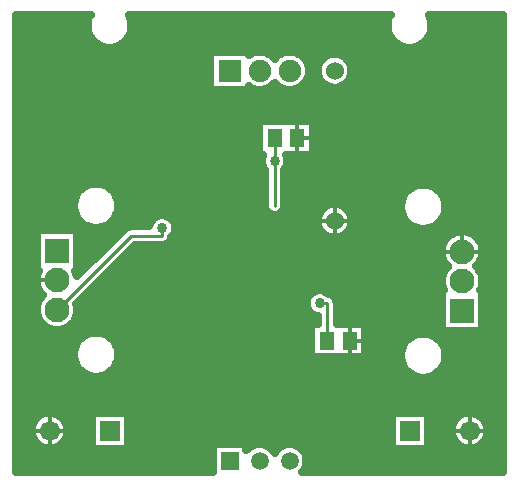
<source format=gbr>
G04 DipTrace 3.0.0.2*
G04 Bottom.gbr*
%MOIN*%
G04 #@! TF.FileFunction,Copper,L2,Bot*
G04 #@! TF.Part,Single*
G04 #@! TA.AperFunction,Conductor*
%ADD13C,0.01*%
G04 #@! TA.AperFunction,CopperBalancing*
%ADD15C,0.025*%
%ADD16C,0.013*%
%ADD17R,0.051181X0.059055*%
G04 #@! TA.AperFunction,ComponentPad*
%ADD20R,0.059055X0.059055*%
%ADD21C,0.059055*%
%ADD22R,0.066929X0.066929*%
%ADD23C,0.066929*%
%ADD24R,0.074803X0.074803*%
%ADD25C,0.074803*%
%ADD27C,0.06*%
%ADD28C,0.06*%
%ADD30R,0.082677X0.082677*%
%ADD31C,0.082677*%
G04 #@! TA.AperFunction,ViaPad*
%ADD32C,0.034*%
%FSLAX26Y26*%
G04*
G70*
G90*
G75*
G01*
G04 Bottom*
%LPD*%
X1294000Y1469000D2*
D13*
Y1319000D1*
Y1469000D2*
Y1543803D1*
X1294197Y1544000D1*
X1469197Y869000D2*
Y994000D1*
X1444000D1*
X919197Y1243803D2*
Y1218803D1*
X815654D1*
X569000Y972150D1*
D32*
X1294000Y1469000D3*
D3*
X1444000Y994000D3*
X919197Y1243803D3*
X1319000Y869000D3*
X1019000Y894000D3*
X1119000Y1219000D3*
X435000Y1930631D2*
D15*
X669429D1*
X818569D2*
X1669429D1*
X1818569D2*
X2053022D1*
X435000Y1905762D2*
X669722D1*
X818276D2*
X1669722D1*
X1818276D2*
X2053022D1*
X435000Y1880894D2*
X679243D1*
X808755D2*
X1679243D1*
X1808755D2*
X2053022D1*
X435000Y1856025D2*
X704585D1*
X783413D2*
X1704585D1*
X1783413D2*
X2053022D1*
X435000Y1831156D2*
X1077583D1*
X1210415D2*
X1226687D1*
X1261343D2*
X1326655D1*
X1361343D2*
X2053022D1*
X435000Y1806287D2*
X1077583D1*
X1398403D2*
X1449067D1*
X1538931D2*
X2053022D1*
X435000Y1781419D2*
X1077583D1*
X1409194D2*
X1436372D1*
X1551626D2*
X2053022D1*
X435000Y1756550D2*
X1077583D1*
X1409194D2*
X1436372D1*
X1551626D2*
X2053022D1*
X435000Y1731681D2*
X1077583D1*
X1398354D2*
X1449067D1*
X1538931D2*
X2053022D1*
X435000Y1706812D2*
X1077583D1*
X1210415D2*
X1226783D1*
X1261196D2*
X1326802D1*
X1361196D2*
X2053022D1*
X435000Y1681944D2*
X2053022D1*
X435000Y1657075D2*
X2053022D1*
X435000Y1632206D2*
X2053022D1*
X435000Y1607337D2*
X2053022D1*
X435000Y1582469D2*
X1239595D1*
X1423599D2*
X2053022D1*
X435000Y1557600D2*
X1239595D1*
X1423599D2*
X2053022D1*
X435000Y1532731D2*
X1239595D1*
X1423599D2*
X2053022D1*
X435000Y1507862D2*
X1239595D1*
X1423599D2*
X2053022D1*
X435000Y1482993D2*
X1250288D1*
X1337710D2*
X2053022D1*
X435000Y1458125D2*
X1249360D1*
X1338638D2*
X2053022D1*
X435000Y1433256D2*
X1260005D1*
X1327993D2*
X2053022D1*
X435000Y1408387D2*
X1260005D1*
X1327993D2*
X2053022D1*
X435000Y1383518D2*
X661421D1*
X736392D2*
X1260005D1*
X1327993D2*
X1758198D1*
X1819985D2*
X2053022D1*
X435000Y1358650D2*
X634517D1*
X763345D2*
X1260005D1*
X1327993D2*
X1726802D1*
X1851333D2*
X2053022D1*
X435000Y1333781D2*
X624263D1*
X773599D2*
X1260005D1*
X1327993D2*
X1715132D1*
X1863003D2*
X2053022D1*
X435000Y1308912D2*
X623335D1*
X774526D2*
X1261665D1*
X1326333D2*
X1451509D1*
X1536489D2*
X1713130D1*
X1865054D2*
X2053022D1*
X435000Y1284043D2*
X631294D1*
X766567D2*
X900190D1*
X938198D2*
X1437056D1*
X1550942D2*
X1719868D1*
X1858315D2*
X2053022D1*
X435000Y1259175D2*
X652778D1*
X745083D2*
X876020D1*
X962368D2*
X1435884D1*
X1552163D2*
X1738911D1*
X1839224D2*
X2053022D1*
X435000Y1234306D2*
X498677D1*
X639321D2*
X784126D1*
X964126D2*
X1446919D1*
X1541079D2*
X2053022D1*
X435000Y1209437D2*
X498677D1*
X639321D2*
X759272D1*
X951772D2*
X1864497D1*
X1973501D2*
X2053022D1*
X435000Y1184568D2*
X498677D1*
X639321D2*
X734370D1*
X828433D2*
X1851313D1*
X1986685D2*
X2053022D1*
X435000Y1159700D2*
X498677D1*
X639321D2*
X709517D1*
X803579D2*
X1848921D1*
X1989077D2*
X2053022D1*
X435000Y1134831D2*
X498677D1*
X639321D2*
X684663D1*
X778726D2*
X1856147D1*
X1981851D2*
X2053022D1*
X435000Y1109962D2*
X498677D1*
X639321D2*
X659761D1*
X753823D2*
X1863667D1*
X1974331D2*
X2053022D1*
X435000Y1085093D2*
X500239D1*
X728970D2*
X1851020D1*
X1986978D2*
X2053022D1*
X435000Y1060224D2*
X499458D1*
X704116D2*
X1849067D1*
X1988979D2*
X2053022D1*
X435000Y1035356D2*
X508540D1*
X679214D2*
X1428022D1*
X1459976D2*
X1848677D1*
X1989321D2*
X2053022D1*
X435000Y1010487D2*
X510542D1*
X654360D2*
X1401265D1*
X1498501D2*
X1848677D1*
X1989321D2*
X2053022D1*
X435000Y985618D2*
X499995D1*
X638003D2*
X1398823D1*
X1503188D2*
X1848677D1*
X1989321D2*
X2053022D1*
X435000Y960749D2*
X499604D1*
X638394D2*
X1413472D1*
X1503188D2*
X1848677D1*
X1989321D2*
X2053022D1*
X435000Y935881D2*
X509175D1*
X628823D2*
X1435200D1*
X1503188D2*
X1848677D1*
X1989321D2*
X2053022D1*
X435000Y911012D2*
X537104D1*
X600894D2*
X1414595D1*
X1598599D2*
X1848677D1*
X1989321D2*
X2053022D1*
X435000Y886143D2*
X659077D1*
X738735D2*
X1414595D1*
X1598599D2*
X1755220D1*
X1822915D2*
X2053022D1*
X435000Y861274D2*
X633686D1*
X764175D2*
X1414595D1*
X1598599D2*
X1725874D1*
X1852261D2*
X2053022D1*
X435000Y836406D2*
X623970D1*
X773843D2*
X1414595D1*
X1598599D2*
X1714839D1*
X1863345D2*
X2053022D1*
X435000Y811537D2*
X623481D1*
X774331D2*
X1713276D1*
X1864907D2*
X2053022D1*
X435000Y786668D2*
X631978D1*
X765835D2*
X1720503D1*
X1857681D2*
X2053022D1*
X435000Y761799D2*
X654585D1*
X743228D2*
X1740522D1*
X1837612D2*
X2053022D1*
X435000Y736930D2*
X2053022D1*
X435000Y712062D2*
X2053022D1*
X435000Y687193D2*
X2053022D1*
X435000Y662324D2*
X2053022D1*
X435000Y637455D2*
X2053022D1*
X435000Y612587D2*
X500337D1*
X587661D2*
X681538D1*
X806460D2*
X1681538D1*
X1806460D2*
X1900337D1*
X1987661D2*
X2053022D1*
X435000Y587718D2*
X484517D1*
X603481D2*
X681538D1*
X806460D2*
X1681538D1*
X1806460D2*
X1884517D1*
X2003481D2*
X2053022D1*
X435000Y562849D2*
X481831D1*
X606167D2*
X681538D1*
X806460D2*
X1681538D1*
X1806460D2*
X1881831D1*
X2006167D2*
X2053022D1*
X435000Y537980D2*
X490181D1*
X597817D2*
X681538D1*
X806460D2*
X1681538D1*
X1806460D2*
X1890181D1*
X1997817D2*
X2053022D1*
X435000Y513112D2*
X519770D1*
X568228D2*
X681538D1*
X806460D2*
X1085493D1*
X1281020D2*
X1306978D1*
X1381020D2*
X1681538D1*
X1806460D2*
X1919770D1*
X1968228D2*
X2053022D1*
X435000Y488243D2*
X1085493D1*
X1399136D2*
X2053022D1*
X435000Y463374D2*
X1085493D1*
X1402261D2*
X2053022D1*
X435000Y438505D2*
X1085493D1*
X1393520D2*
X2053022D1*
X1500689Y925028D2*
X1596091D1*
Y812972D1*
X1417106D1*
Y925028D1*
X1437663D1*
X1437697Y950982D1*
X1430558Y952629D1*
X1424251Y955241D1*
X1418431Y958808D1*
X1413241Y963241D1*
X1408808Y968431D1*
X1405241Y974251D1*
X1402629Y980558D1*
X1401036Y987195D1*
X1400500Y994000D1*
X1401036Y1000805D1*
X1402629Y1007442D1*
X1405241Y1013749D1*
X1408808Y1019569D1*
X1413241Y1024759D1*
X1418431Y1029192D1*
X1424251Y1032759D1*
X1430558Y1035371D1*
X1437195Y1036964D1*
X1444000Y1037500D1*
X1450805Y1036964D1*
X1457442Y1035371D1*
X1463749Y1032759D1*
X1469569Y1029192D1*
X1474455Y1025040D1*
X1481251Y1023102D1*
X1487712Y1019484D1*
X1493150Y1014458D1*
X1497264Y1008301D1*
X1499827Y1001354D1*
X1500697Y994000D1*
Y925006D1*
X1521287Y924979D1*
X1319409Y1600028D2*
X1421091D1*
Y1487972D1*
X1333153D1*
X1335371Y1482442D1*
X1336964Y1475805D1*
X1337500Y1469000D1*
X1336964Y1462195D1*
X1335371Y1455558D1*
X1332759Y1449251D1*
X1329192Y1443431D1*
X1325493Y1439034D1*
X1325403Y1316529D1*
X1323958Y1309266D1*
X1320858Y1302541D1*
X1316274Y1296726D1*
X1310459Y1292142D1*
X1303734Y1289042D1*
X1296471Y1287597D1*
X1289072Y1287888D1*
X1281945Y1289898D1*
X1275485Y1293516D1*
X1270047Y1298542D1*
X1265933Y1304699D1*
X1263370Y1311646D1*
X1262500Y1319000D1*
Y1438971D1*
X1256910Y1446271D1*
X1253811Y1452353D1*
X1251702Y1458845D1*
X1250634Y1465587D1*
Y1472413D1*
X1251702Y1479155D1*
X1253811Y1485647D1*
X1254878Y1487961D1*
X1242106Y1487972D1*
Y1600027D1*
X1346287Y1599979D1*
X1816775Y1913272D2*
X1814983Y1901958D1*
X1811443Y1891064D1*
X1806243Y1880858D1*
X1799510Y1871590D1*
X1791410Y1863490D1*
X1782142Y1856757D1*
X1771936Y1851557D1*
X1761042Y1848017D1*
X1749728Y1846225D1*
X1738272D1*
X1726958Y1848017D1*
X1716064Y1851557D1*
X1705858Y1856757D1*
X1696590Y1863490D1*
X1688490Y1871590D1*
X1681757Y1880858D1*
X1676557Y1891064D1*
X1673017Y1901958D1*
X1671225Y1913272D1*
Y1924728D1*
X1673017Y1936042D1*
X1676557Y1946936D1*
X1680849Y1955521D1*
X807209Y1955500D1*
X811443Y1946936D1*
X814983Y1936042D1*
X816775Y1924728D1*
Y1913272D1*
X814983Y1901958D1*
X811443Y1891064D1*
X806243Y1880858D1*
X799510Y1871590D1*
X791410Y1863490D1*
X782142Y1856757D1*
X771936Y1851557D1*
X761042Y1848017D1*
X749728Y1846225D1*
X738272D1*
X726958Y1848017D1*
X716064Y1851557D1*
X705858Y1856757D1*
X696590Y1863490D1*
X688490Y1871590D1*
X681757Y1880858D1*
X676557Y1891064D1*
X673017Y1901958D1*
X671225Y1913272D1*
Y1924728D1*
X673017Y1936042D1*
X676557Y1946936D1*
X680849Y1955521D1*
X432500Y1955500D1*
Y432500D1*
X1088018D1*
X1087973Y525027D1*
X1200028D1*
Y503690D1*
X1204383Y508617D1*
X1211068Y514327D1*
X1218564Y518921D1*
X1226687Y522285D1*
X1235235Y524338D1*
X1244000Y525028D1*
X1252765Y524338D1*
X1261313Y522285D1*
X1269436Y518921D1*
X1276932Y514327D1*
X1283617Y508617D1*
X1289327Y501932D1*
X1294000Y494264D1*
X1298673Y501932D1*
X1304383Y508617D1*
X1311068Y514327D1*
X1318564Y518921D1*
X1326687Y522285D1*
X1335235Y524338D1*
X1344000Y525028D1*
X1352765Y524338D1*
X1361313Y522285D1*
X1369436Y518921D1*
X1376932Y514327D1*
X1383617Y508617D1*
X1389327Y501932D1*
X1393921Y494436D1*
X1397285Y486313D1*
X1399338Y477765D1*
X1400028Y469000D1*
X1399338Y460235D1*
X1397285Y451687D1*
X1393921Y443564D1*
X1389327Y436068D1*
X1386499Y432499D1*
X2055500Y432500D1*
Y1955500D1*
X1807209D1*
X1811443Y1946936D1*
X1814983Y1936042D1*
X1816775Y1924728D1*
Y1913272D1*
X1696536Y628964D2*
X1803965D1*
Y509035D1*
X1684036D1*
Y628964D1*
X1696536D1*
X2003912Y566501D2*
X2003133Y559046D1*
X2001429Y551747D1*
X1998828Y544718D1*
X1995371Y538068D1*
X1991111Y531901D1*
X1986115Y526314D1*
X1980461Y521394D1*
X1974237Y517217D1*
X1967541Y513850D1*
X1960477Y511344D1*
X1953156Y509739D1*
X1945692Y509059D1*
X1938201Y509316D1*
X1930801Y510506D1*
X1923607Y512610D1*
X1916732Y515594D1*
X1910283Y519413D1*
X1904360Y524006D1*
X1899057Y529303D1*
X1894456Y535219D1*
X1890629Y541664D1*
X1887636Y548535D1*
X1885523Y555727D1*
X1884324Y563125D1*
X1884057Y570616D1*
X1884727Y578081D1*
X1886323Y585404D1*
X1888820Y592471D1*
X1892179Y599171D1*
X1896347Y605400D1*
X1901260Y611060D1*
X1906841Y616063D1*
X1913003Y620331D1*
X1919648Y623797D1*
X1926674Y626407D1*
X1933971Y628120D1*
X1941424Y628909D1*
X1948918Y628763D1*
X1956335Y627682D1*
X1963559Y625685D1*
X1970478Y622802D1*
X1976983Y619079D1*
X1982972Y614573D1*
X1988353Y609356D1*
X1993041Y603507D1*
X1996962Y597120D1*
X2000057Y590293D1*
X2002275Y583134D1*
X2003583Y575754D1*
X2003912Y566501D1*
X696536Y628964D2*
X803965D1*
Y509035D1*
X684036D1*
Y628964D1*
X696536D1*
X603912Y566501D2*
X603133Y559046D1*
X601429Y551747D1*
X598828Y544718D1*
X595371Y538068D1*
X591111Y531901D1*
X586115Y526314D1*
X580461Y521394D1*
X574237Y517217D1*
X567541Y513850D1*
X560477Y511344D1*
X553156Y509739D1*
X545692Y509059D1*
X538201Y509316D1*
X530801Y510506D1*
X523607Y512610D1*
X516732Y515594D1*
X510283Y519413D1*
X504360Y524006D1*
X499057Y529303D1*
X494456Y535219D1*
X490629Y541664D1*
X487636Y548535D1*
X485523Y555727D1*
X484324Y563125D1*
X484057Y570616D1*
X484727Y578081D1*
X486323Y585404D1*
X488820Y592471D1*
X492179Y599171D1*
X496347Y605400D1*
X501260Y611060D1*
X506841Y616063D1*
X513003Y620331D1*
X519648Y623797D1*
X526674Y626407D1*
X533971Y628120D1*
X541424Y628909D1*
X548918Y628763D1*
X556335Y627682D1*
X563559Y625685D1*
X570478Y622802D1*
X576983Y619079D1*
X582972Y614573D1*
X588353Y609356D1*
X593041Y603507D1*
X596962Y597120D1*
X600057Y590293D1*
X602275Y583134D1*
X603583Y575754D1*
X603912Y566501D1*
X1092599Y1832901D2*
X1207902D1*
Y1821720D1*
X1214989Y1825937D1*
X1224253Y1829774D1*
X1234004Y1832115D1*
X1244000Y1832902D1*
X1253996Y1832115D1*
X1263747Y1829774D1*
X1273011Y1825937D1*
X1281560Y1820697D1*
X1289185Y1814185D1*
X1293962Y1808761D1*
X1298815Y1814185D1*
X1306440Y1820697D1*
X1314989Y1825937D1*
X1324253Y1829774D1*
X1334004Y1832115D1*
X1344000Y1832902D1*
X1353996Y1832115D1*
X1363747Y1829774D1*
X1373011Y1825937D1*
X1381560Y1820697D1*
X1389185Y1814185D1*
X1395697Y1806560D1*
X1400937Y1798011D1*
X1404774Y1788747D1*
X1407115Y1778996D1*
X1407902Y1769000D1*
X1407115Y1759004D1*
X1404774Y1749253D1*
X1400937Y1739989D1*
X1395697Y1731440D1*
X1389185Y1723815D1*
X1381560Y1717303D1*
X1373011Y1712063D1*
X1363747Y1708226D1*
X1353996Y1705885D1*
X1344000Y1705098D1*
X1334004Y1705885D1*
X1324253Y1708226D1*
X1314989Y1712063D1*
X1306440Y1717303D1*
X1298815Y1723815D1*
X1294038Y1729239D1*
X1289185Y1723815D1*
X1281560Y1717303D1*
X1273011Y1712063D1*
X1263747Y1708226D1*
X1253996Y1705885D1*
X1244000Y1705098D1*
X1234004Y1705885D1*
X1224253Y1708226D1*
X1214989Y1712063D1*
X1207890Y1716333D1*
X1207902Y1705098D1*
X1080099D1*
Y1832901D1*
X1092599D1*
X1550326Y1764567D2*
X1548939Y1755810D1*
X1546199Y1747378D1*
X1542174Y1739479D1*
X1536963Y1732306D1*
X1530694Y1726037D1*
X1523521Y1720826D1*
X1515622Y1716801D1*
X1507190Y1714061D1*
X1498433Y1712674D1*
X1489567D1*
X1480810Y1714061D1*
X1472378Y1716801D1*
X1464479Y1720826D1*
X1457306Y1726037D1*
X1451037Y1732306D1*
X1445826Y1739479D1*
X1441801Y1747378D1*
X1439061Y1755810D1*
X1437674Y1764567D1*
Y1773433D1*
X1439061Y1782190D1*
X1441801Y1790622D1*
X1445826Y1798521D1*
X1451037Y1805694D1*
X1457306Y1811963D1*
X1464479Y1817174D1*
X1472378Y1821199D1*
X1480810Y1823939D1*
X1489567Y1825326D1*
X1498433D1*
X1507190Y1823939D1*
X1515622Y1821199D1*
X1523521Y1817174D1*
X1530694Y1811963D1*
X1536963Y1805694D1*
X1542174Y1798521D1*
X1546199Y1790622D1*
X1548939Y1782190D1*
X1550326Y1773433D1*
Y1764567D1*
X1550445Y1266501D2*
X1549617Y1259052D1*
X1547811Y1251778D1*
X1545059Y1244808D1*
X1541408Y1238263D1*
X1536922Y1232259D1*
X1531682Y1226901D1*
X1525778Y1222284D1*
X1519316Y1218489D1*
X1512408Y1215583D1*
X1505176Y1213616D1*
X1497747Y1212624D1*
X1490253D1*
X1482824Y1213616D1*
X1475592Y1215583D1*
X1468684Y1218489D1*
X1462222Y1222284D1*
X1456318Y1226901D1*
X1451078Y1232259D1*
X1446592Y1238263D1*
X1442941Y1244808D1*
X1440189Y1251778D1*
X1438383Y1259052D1*
X1437555Y1266501D1*
X1437721Y1273993D1*
X1438877Y1281398D1*
X1441003Y1288585D1*
X1444061Y1295427D1*
X1447998Y1301804D1*
X1452745Y1307604D1*
X1458217Y1312725D1*
X1464319Y1317076D1*
X1470943Y1320581D1*
X1477973Y1323179D1*
X1485285Y1324824D1*
X1492750Y1325486D1*
X1500237Y1325155D1*
X1507615Y1323835D1*
X1514753Y1321551D1*
X1521525Y1318342D1*
X1527814Y1314265D1*
X1533507Y1309391D1*
X1538506Y1303807D1*
X1542721Y1297610D1*
X1546079Y1290910D1*
X1548521Y1283824D1*
X1550003Y1276478D1*
X1550500Y1269000D1*
X1550445Y1266501D1*
X1979540Y1036838D2*
X1986839D1*
Y901161D1*
X1851162D1*
Y1036838D1*
X1858437D1*
X1854482Y1046462D1*
X1851997Y1056813D1*
X1851161Y1067425D1*
X1851997Y1078037D1*
X1854482Y1088388D1*
X1858555Y1098223D1*
X1864117Y1107300D1*
X1871031Y1115394D1*
X1872330Y1116595D1*
X1865932Y1123591D1*
X1860301Y1131844D1*
X1855942Y1140834D1*
X1852952Y1150367D1*
X1851394Y1160236D1*
X1851303Y1170226D1*
X1852680Y1180122D1*
X1855495Y1189708D1*
X1859688Y1198776D1*
X1865167Y1207131D1*
X1871814Y1214590D1*
X1879484Y1220992D1*
X1888012Y1226198D1*
X1897211Y1230095D1*
X1906884Y1232598D1*
X1916819Y1233654D1*
X1926801Y1233239D1*
X1936614Y1231362D1*
X1946045Y1228065D1*
X1954890Y1223418D1*
X1962956Y1217522D1*
X1970068Y1210506D1*
X1976073Y1202521D1*
X1980840Y1193741D1*
X1984266Y1184355D1*
X1986276Y1174569D1*
X1986839Y1165850D1*
X1986103Y1155887D1*
X1983912Y1146139D1*
X1980313Y1136819D1*
X1975384Y1128128D1*
X1969232Y1120256D1*
X1965687Y1116635D1*
X1970585Y1111483D1*
X1976842Y1102871D1*
X1981675Y1093386D1*
X1984964Y1083262D1*
X1986629Y1072748D1*
Y1062103D1*
X1984964Y1051589D1*
X1981675Y1041464D1*
X1979540Y1036835D1*
X1862596Y1309671D2*
X1860785Y1298241D1*
X1857209Y1287236D1*
X1851956Y1276926D1*
X1845154Y1267564D1*
X1836972Y1259381D1*
X1827610Y1252580D1*
X1817299Y1247326D1*
X1806294Y1243750D1*
X1794865Y1241940D1*
X1783293D1*
X1771864Y1243750D1*
X1760858Y1247326D1*
X1750548Y1252580D1*
X1741186Y1259381D1*
X1733003Y1267564D1*
X1726202Y1276926D1*
X1720948Y1287236D1*
X1717372Y1298241D1*
X1715562Y1309671D1*
Y1321243D1*
X1717372Y1332672D1*
X1720948Y1343677D1*
X1726202Y1353988D1*
X1733003Y1363350D1*
X1741186Y1371532D1*
X1750548Y1378334D1*
X1760858Y1383587D1*
X1771864Y1387163D1*
X1783293Y1388973D1*
X1794865D1*
X1806294Y1387163D1*
X1817299Y1383587D1*
X1827610Y1378334D1*
X1836972Y1371532D1*
X1845154Y1363350D1*
X1851956Y1353988D1*
X1857209Y1343677D1*
X1860785Y1332672D1*
X1862596Y1321243D1*
Y1309671D1*
Y813608D2*
X1860785Y802178D1*
X1857209Y791173D1*
X1851956Y780863D1*
X1845154Y771501D1*
X1836972Y763318D1*
X1827610Y756517D1*
X1817299Y751263D1*
X1806294Y747687D1*
X1794865Y745877D1*
X1783293D1*
X1771864Y747687D1*
X1760858Y751263D1*
X1750548Y756517D1*
X1741186Y763318D1*
X1733003Y771501D1*
X1726202Y780863D1*
X1720948Y791173D1*
X1717372Y802178D1*
X1715562Y813608D1*
Y825180D1*
X1717372Y836609D1*
X1720948Y847614D1*
X1726202Y857925D1*
X1733003Y867287D1*
X1741186Y875469D1*
X1750548Y882271D1*
X1760858Y887524D1*
X1771864Y891100D1*
X1783293Y892910D1*
X1794865D1*
X1806294Y891100D1*
X1817299Y887524D1*
X1827610Y882271D1*
X1836972Y875469D1*
X1845154Y867287D1*
X1851956Y857925D1*
X1857209Y847614D1*
X1860785Y836609D1*
X1862596Y825180D1*
Y813608D1*
X513662Y1236838D2*
X636839D1*
Y1101161D1*
X629563D1*
X633540Y1091472D1*
X635621Y1083311D1*
X795196Y1242756D1*
X801353Y1246870D1*
X808300Y1249433D1*
X815654Y1250303D1*
X815991Y1250290D1*
X876152Y1250303D1*
X877826Y1257245D1*
X880438Y1263552D1*
X884005Y1269372D1*
X888438Y1274562D1*
X893628Y1278995D1*
X899448Y1282562D1*
X905755Y1285174D1*
X912392Y1286768D1*
X919197Y1287303D1*
X926002Y1286768D1*
X932639Y1285174D1*
X938945Y1282562D1*
X944766Y1278995D1*
X949956Y1274562D1*
X954389Y1269372D1*
X957956Y1263552D1*
X960568Y1257245D1*
X962161Y1250608D1*
X962697Y1243803D1*
X962161Y1236998D1*
X960568Y1230361D1*
X957956Y1224055D1*
X954389Y1218234D1*
X950201Y1213309D1*
X948299Y1206749D1*
X944681Y1200288D1*
X939655Y1194850D1*
X933498Y1190736D1*
X926550Y1188173D1*
X919197Y1187303D1*
X918859Y1187316D1*
X828718Y1187303D1*
X633771Y992373D1*
X636003Y982762D1*
X636839Y972150D1*
X636003Y961537D1*
X633518Y951186D1*
X629445Y941352D1*
X623883Y932275D1*
X616969Y924180D1*
X608875Y917267D1*
X599798Y911705D1*
X589963Y907631D1*
X579612Y905146D1*
X569000Y904311D1*
X558388Y905146D1*
X548037Y907631D1*
X538202Y911705D1*
X529125Y917267D1*
X521031Y924180D1*
X514117Y932275D1*
X508555Y941352D1*
X504482Y951186D1*
X501997Y961537D1*
X501161Y972150D1*
X501997Y982762D1*
X504482Y993113D1*
X508555Y1002948D1*
X514117Y1012024D1*
X521031Y1020119D1*
X522330Y1021319D1*
X515932Y1028315D1*
X510301Y1036568D1*
X505942Y1045558D1*
X502952Y1055091D1*
X501394Y1064960D1*
X501303Y1074951D1*
X502680Y1084846D1*
X505495Y1094432D1*
X508451Y1101161D1*
X501162D1*
Y1236838D1*
X513662D1*
X772438Y816757D2*
X770628Y805328D1*
X767052Y794323D1*
X761798Y784012D1*
X754997Y774650D1*
X746814Y766468D1*
X737452Y759666D1*
X727142Y754413D1*
X716136Y750837D1*
X704707Y749027D1*
X693135D1*
X681706Y750837D1*
X670701Y754413D1*
X660390Y759666D1*
X651028Y766468D1*
X642846Y774650D1*
X636044Y784012D1*
X630791Y794323D1*
X627215Y805328D1*
X625404Y816757D1*
Y828329D1*
X627215Y839759D1*
X630791Y850764D1*
X636044Y861074D1*
X642846Y870436D1*
X651028Y878619D1*
X660390Y885420D1*
X670701Y890674D1*
X681706Y894250D1*
X693135Y896060D1*
X704707D1*
X716136Y894250D1*
X727142Y890674D1*
X737452Y885420D1*
X746814Y878619D1*
X754997Y870436D1*
X761798Y861074D1*
X767052Y850764D1*
X770628Y839759D1*
X772438Y828329D1*
Y816757D1*
Y1312820D2*
X770628Y1301391D1*
X767052Y1290386D1*
X761798Y1280075D1*
X754997Y1270713D1*
X746814Y1262531D1*
X737452Y1255729D1*
X727142Y1250476D1*
X716136Y1246900D1*
X704707Y1245090D1*
X693135D1*
X681706Y1246900D1*
X670701Y1250476D1*
X660390Y1255729D1*
X651028Y1262531D1*
X642846Y1270713D1*
X636044Y1280075D1*
X630791Y1290386D1*
X627215Y1301391D1*
X625404Y1312820D1*
Y1324392D1*
X627215Y1335822D1*
X630791Y1346827D1*
X636044Y1357137D1*
X642846Y1366499D1*
X651028Y1374682D1*
X660390Y1381483D1*
X670701Y1386737D1*
X681706Y1390313D1*
X693135Y1392123D1*
X704707D1*
X716136Y1390313D1*
X727142Y1386737D1*
X737452Y1381483D1*
X746814Y1374682D1*
X754997Y1366499D1*
X761798Y1357137D1*
X767052Y1346827D1*
X770628Y1335822D1*
X772438Y1324392D1*
Y1312820D1*
X1544000Y924979D2*
D16*
Y813021D1*
Y869000D2*
X1596042D1*
X1369000Y1599979D2*
Y1488021D1*
Y1544000D2*
X1421042D1*
X1944000Y628916D2*
Y509084D1*
X1884084Y569000D2*
X2003916D1*
X544000Y628916D2*
Y509084D1*
X484084Y569000D2*
X603916D1*
X1494000Y1325451D2*
Y1212549D1*
X1437549Y1269000D2*
X1550451D1*
X1919000Y1233640D2*
Y1165850D1*
X1851210D2*
X1986790D1*
X501210Y1070575D2*
X569000D1*
D17*
X1544000Y869000D3*
X1469197D3*
X1369000Y1544000D3*
X1294197D3*
D20*
X1144000Y469000D3*
D21*
X1244000D3*
X1344000D3*
D22*
X1744000Y569000D3*
D23*
X1944000D3*
D22*
X744000D3*
D23*
X544000D3*
D24*
X1144000Y1769000D3*
D25*
X1244000D3*
X1344000D3*
D27*
X1494000D3*
D28*
Y1269000D3*
D30*
X1919000Y969000D3*
D31*
Y1165850D3*
Y1067425D3*
D30*
X569000Y1169000D3*
D31*
Y972150D3*
Y1070575D3*
M02*

</source>
